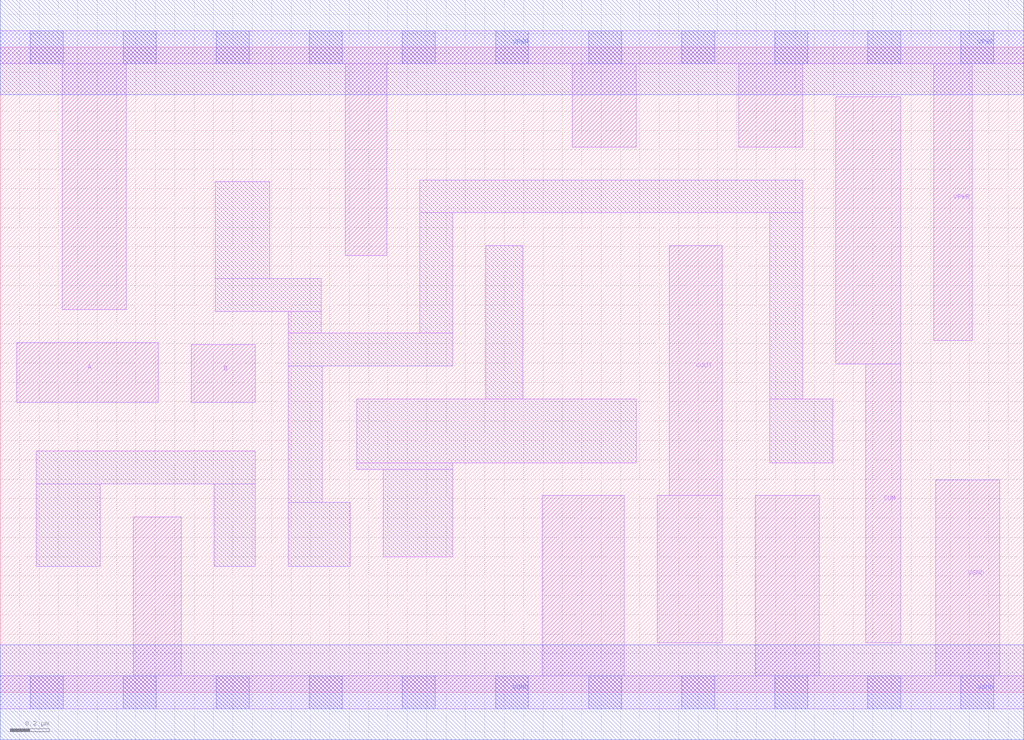
<source format=lef>
# Copyright 2020 The SkyWater PDK Authors
#
# Licensed under the Apache License, Version 2.0 (the "License");
# you may not use this file except in compliance with the License.
# You may obtain a copy of the License at
#
#     https://www.apache.org/licenses/LICENSE-2.0
#
# Unless required by applicable law or agreed to in writing, software
# distributed under the License is distributed on an "AS IS" BASIS,
# WITHOUT WARRANTIES OR CONDITIONS OF ANY KIND, either express or implied.
# See the License for the specific language governing permissions and
# limitations under the License.
#
# SPDX-License-Identifier: Apache-2.0

VERSION 5.7 ;
  NAMESCASESENSITIVE ON ;
  NOWIREEXTENSIONATPIN ON ;
  DIVIDERCHAR "/" ;
  BUSBITCHARS "[]" ;
UNITS
  DATABASE MICRONS 200 ;
END UNITS
MACRO sky130_fd_sc_lp__ha_2
  CLASS CORE ;
  SOURCE USER ;
  FOREIGN sky130_fd_sc_lp__ha_2 ;
  ORIGIN  0.000000  0.000000 ;
  SIZE  5.280000 BY  3.330000 ;
  SYMMETRY X Y R90 ;
  SITE unit ;
  PIN A
    ANTENNAGATEAREA  0.318000 ;
    DIRECTION INPUT ;
    USE SIGNAL ;
    PORT
      LAYER li1 ;
        RECT 0.085000 1.495000 0.815000 1.805000 ;
    END
  END A
  PIN B
    ANTENNAGATEAREA  0.318000 ;
    DIRECTION INPUT ;
    USE SIGNAL ;
    PORT
      LAYER li1 ;
        RECT 0.985000 1.495000 1.315000 1.795000 ;
    END
  END B
  PIN COUT
    ANTENNADIFFAREA  0.588000 ;
    DIRECTION OUTPUT ;
    USE SIGNAL ;
    PORT
      LAYER li1 ;
        RECT 3.390000 0.255000 3.725000 1.015000 ;
        RECT 3.450000 1.015000 3.725000 2.305000 ;
    END
  END COUT
  PIN SUM
    ANTENNADIFFAREA  0.588000 ;
    DIRECTION OUTPUT ;
    USE SIGNAL ;
    PORT
      LAYER li1 ;
        RECT 4.310000 1.695000 4.645000 3.075000 ;
        RECT 4.465000 0.255000 4.645000 1.695000 ;
    END
  END SUM
  PIN VGND
    DIRECTION INOUT ;
    USE GROUND ;
    PORT
      LAYER li1 ;
        RECT 0.000000 -0.085000 5.280000 0.085000 ;
        RECT 0.685000  0.085000 0.935000 0.905000 ;
        RECT 2.795000  0.085000 3.220000 1.015000 ;
        RECT 3.895000  0.085000 4.225000 1.015000 ;
        RECT 4.825000  0.085000 5.155000 1.095000 ;
      LAYER mcon ;
        RECT 0.155000 -0.085000 0.325000 0.085000 ;
        RECT 0.635000 -0.085000 0.805000 0.085000 ;
        RECT 1.115000 -0.085000 1.285000 0.085000 ;
        RECT 1.595000 -0.085000 1.765000 0.085000 ;
        RECT 2.075000 -0.085000 2.245000 0.085000 ;
        RECT 2.555000 -0.085000 2.725000 0.085000 ;
        RECT 3.035000 -0.085000 3.205000 0.085000 ;
        RECT 3.515000 -0.085000 3.685000 0.085000 ;
        RECT 3.995000 -0.085000 4.165000 0.085000 ;
        RECT 4.475000 -0.085000 4.645000 0.085000 ;
        RECT 4.955000 -0.085000 5.125000 0.085000 ;
      LAYER met1 ;
        RECT 0.000000 -0.245000 5.280000 0.245000 ;
    END
  END VGND
  PIN VPWR
    DIRECTION INOUT ;
    USE POWER ;
    PORT
      LAYER li1 ;
        RECT 0.000000 3.245000 5.280000 3.415000 ;
        RECT 0.320000 1.975000 0.650000 3.245000 ;
        RECT 1.780000 2.255000 1.995000 3.245000 ;
        RECT 2.950000 2.815000 3.280000 3.245000 ;
        RECT 3.810000 2.815000 4.140000 3.245000 ;
        RECT 4.815000 1.815000 5.015000 3.245000 ;
      LAYER mcon ;
        RECT 0.155000 3.245000 0.325000 3.415000 ;
        RECT 0.635000 3.245000 0.805000 3.415000 ;
        RECT 1.115000 3.245000 1.285000 3.415000 ;
        RECT 1.595000 3.245000 1.765000 3.415000 ;
        RECT 2.075000 3.245000 2.245000 3.415000 ;
        RECT 2.555000 3.245000 2.725000 3.415000 ;
        RECT 3.035000 3.245000 3.205000 3.415000 ;
        RECT 3.515000 3.245000 3.685000 3.415000 ;
        RECT 3.995000 3.245000 4.165000 3.415000 ;
        RECT 4.475000 3.245000 4.645000 3.415000 ;
        RECT 4.955000 3.245000 5.125000 3.415000 ;
      LAYER met1 ;
        RECT 0.000000 3.085000 5.280000 3.575000 ;
    END
  END VPWR
  OBS
    LAYER li1 ;
      RECT 0.185000 0.650000 0.515000 1.075000 ;
      RECT 0.185000 1.075000 1.315000 1.245000 ;
      RECT 1.105000 0.650000 1.315000 1.075000 ;
      RECT 1.110000 1.965000 1.655000 2.135000 ;
      RECT 1.110000 2.135000 1.390000 2.635000 ;
      RECT 1.485000 0.650000 1.805000 0.980000 ;
      RECT 1.485000 0.980000 1.660000 1.685000 ;
      RECT 1.485000 1.685000 2.335000 1.855000 ;
      RECT 1.485000 1.855000 1.655000 1.965000 ;
      RECT 1.840000 1.150000 2.335000 1.185000 ;
      RECT 1.840000 1.185000 3.280000 1.515000 ;
      RECT 1.975000 0.700000 2.335000 1.150000 ;
      RECT 2.165000 1.855000 2.335000 2.475000 ;
      RECT 2.165000 2.475000 4.140000 2.645000 ;
      RECT 2.505000 1.515000 2.695000 2.305000 ;
      RECT 3.970000 1.185000 4.295000 1.515000 ;
      RECT 3.970000 1.515000 4.140000 2.475000 ;
  END
END sky130_fd_sc_lp__ha_2

</source>
